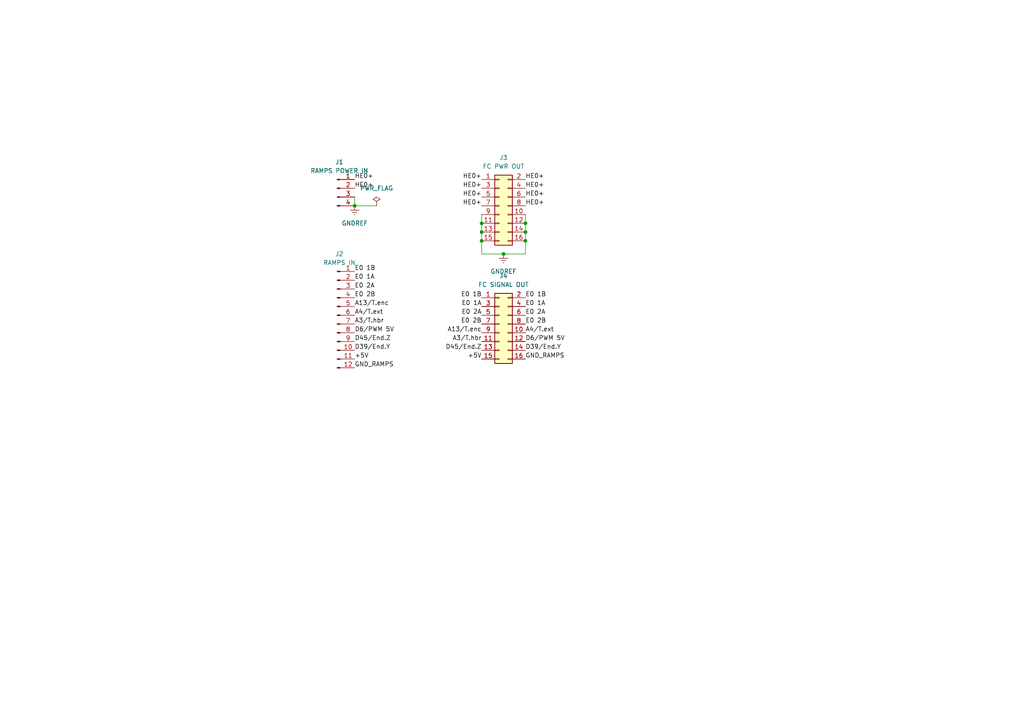
<source format=kicad_sch>
(kicad_sch (version 20211123) (generator eeschema)
  (paper "A4")
  (lib_symbols
    (symbol "Connector:Conn_01x04_Male" (pin_names (offset 1.016) hide)
      (property "Reference" "J" (at 0 5.08 0))
      (property "Value" "Conn_01x04_Male" (at 0 -7.62 0))
      (symbol "Conn_01x04_Male_1_1"
        (polyline (pts (xy 1.27 -5.08) (xy 0.8636 -5.08)) (stroke (width 0.1524)))
        (polyline (pts (xy 1.27 -2.54) (xy 0.8636 -2.54)) (stroke (width 0.1524)))
        (polyline (pts (xy 1.27 0) (xy 0.8636 0)) (stroke (width 0.1524)))
        (polyline (pts (xy 1.27 2.54) (xy 0.8636 2.54)) (stroke (width 0.1524)))
        (rectangle (start 0.8636 -4.953) (end 0 -5.207) (stroke (width 0.1524)) (fill (type outline)))
        (rectangle (start 0.8636 -2.413) (end 0 -2.667) (stroke (width 0.1524)) (fill (type outline)))
        (rectangle (start 0.8636 0.127) (end 0 -0.127) (stroke (width 0.1524)) (fill (type outline)))
        (rectangle (start 0.8636 2.667) (end 0 2.413) (stroke (width 0.1524)) (fill (type outline)))
        (pin passive line (at 5.08 2.54 180) (length 3.81) (name "Pin_1") (number "1"))
        (pin passive line (at 5.08 0 180) (length 3.81) (name "Pin_2") (number "2"))
        (pin passive line (at 5.08 -2.54 180) (length 3.81) (name "Pin_3") (number "3"))
        (pin passive line (at 5.08 -5.08 180) (length 3.81) (name "Pin_4") (number "4"))
      )
    )
    (symbol "Connector:Conn_01x12_Male" (pin_names (offset 1.016) hide)
      (property "Reference" "J" (at 0 15.24 0))
      (property "Value" "Conn_01x12_Male" (at 0 -17.78 0))
      (symbol "Conn_01x12_Male_1_1"
        (polyline (pts (xy 1.27 -15.24) (xy 0.8636 -15.24)) (stroke (width 0.1524)))
        (polyline (pts (xy 1.27 -12.7) (xy 0.8636 -12.7)) (stroke (width 0.1524)))
        (polyline (pts (xy 1.27 -10.16) (xy 0.8636 -10.16)) (stroke (width 0.1524)))
        (polyline (pts (xy 1.27 -7.62) (xy 0.8636 -7.62)) (stroke (width 0.1524)))
        (polyline (pts (xy 1.27 -5.08) (xy 0.8636 -5.08)) (stroke (width 0.1524)))
        (polyline (pts (xy 1.27 -2.54) (xy 0.8636 -2.54)) (stroke (width 0.1524)))
        (polyline (pts (xy 1.27 0) (xy 0.8636 0)) (stroke (width 0.1524)))
        (polyline (pts (xy 1.27 2.54) (xy 0.8636 2.54)) (stroke (width 0.1524)))
        (polyline (pts (xy 1.27 5.08) (xy 0.8636 5.08)) (stroke (width 0.1524)))
        (polyline (pts (xy 1.27 7.62) (xy 0.8636 7.62)) (stroke (width 0.1524)))
        (polyline (pts (xy 1.27 10.16) (xy 0.8636 10.16)) (stroke (width 0.1524)))
        (polyline (pts (xy 1.27 12.7) (xy 0.8636 12.7)) (stroke (width 0.1524)))
        (rectangle (start 0.8636 -15.113) (end 0 -15.367) (stroke (width 0.1524)) (fill (type outline)))
        (rectangle (start 0.8636 -12.573) (end 0 -12.827) (stroke (width 0.1524)) (fill (type outline)))
        (rectangle (start 0.8636 -10.033) (end 0 -10.287) (stroke (width 0.1524)) (fill (type outline)))
        (rectangle (start 0.8636 -7.493) (end 0 -7.747) (stroke (width 0.1524)) (fill (type outline)))
        (rectangle (start 0.8636 -4.953) (end 0 -5.207) (stroke (width 0.1524)) (fill (type outline)))
        (rectangle (start 0.8636 -2.413) (end 0 -2.667) (stroke (width 0.1524)) (fill (type outline)))
        (rectangle (start 0.8636 0.127) (end 0 -0.127) (stroke (width 0.1524)) (fill (type outline)))
        (rectangle (start 0.8636 2.667) (end 0 2.413) (stroke (width 0.1524)) (fill (type outline)))
        (rectangle (start 0.8636 5.207) (end 0 4.953) (stroke (width 0.1524)) (fill (type outline)))
        (rectangle (start 0.8636 7.747) (end 0 7.493) (stroke (width 0.1524)) (fill (type outline)))
        (rectangle (start 0.8636 10.287) (end 0 10.033) (stroke (width 0.1524)) (fill (type outline)))
        (rectangle (start 0.8636 12.827) (end 0 12.573) (stroke (width 0.1524)) (fill (type outline)))
        (pin passive line (at 5.08 12.7 180) (length 3.81) (name "Pin_1") (number "1"))
        (pin passive line (at 5.08 -10.16 180) (length 3.81) (name "Pin_10") (number "10"))
        (pin passive line (at 5.08 -12.7 180) (length 3.81) (name "Pin_11") (number "11"))
        (pin passive line (at 5.08 -15.24 180) (length 3.81) (name "Pin_12") (number "12"))
        (pin passive line (at 5.08 10.16 180) (length 3.81) (name "Pin_2") (number "2"))
        (pin passive line (at 5.08 7.62 180) (length 3.81) (name "Pin_3") (number "3"))
        (pin passive line (at 5.08 5.08 180) (length 3.81) (name "Pin_4") (number "4"))
        (pin passive line (at 5.08 2.54 180) (length 3.81) (name "Pin_5") (number "5"))
        (pin passive line (at 5.08 0 180) (length 3.81) (name "Pin_6") (number "6"))
        (pin passive line (at 5.08 -2.54 180) (length 3.81) (name "Pin_7") (number "7"))
        (pin passive line (at 5.08 -5.08 180) (length 3.81) (name "Pin_8") (number "8"))
        (pin passive line (at 5.08 -7.62 180) (length 3.81) (name "Pin_9") (number "9"))
      )
    )
    (symbol "Connector_Generic:Conn_02x08_Odd_Even" (pin_names (offset 1.016) hide)
      (property "Reference" "J" (at 1.27 10.16 0))
      (property "Value" "Conn_02x08_Odd_Even" (at 1.27 -12.7 0))
      (symbol "Conn_02x08_Odd_Even_1_1"
        (rectangle (start -1.27 -10.033) (end 0 -10.287) (stroke (width 0.1524)))
        (rectangle (start -1.27 -7.493) (end 0 -7.747) (stroke (width 0.1524)))
        (rectangle (start -1.27 -4.953) (end 0 -5.207) (stroke (width 0.1524)))
        (rectangle (start -1.27 -2.413) (end 0 -2.667) (stroke (width 0.1524)))
        (rectangle (start -1.27 0.127) (end 0 -0.127) (stroke (width 0.1524)))
        (rectangle (start -1.27 2.667) (end 0 2.413) (stroke (width 0.1524)))
        (rectangle (start -1.27 5.207) (end 0 4.953) (stroke (width 0.1524)))
        (rectangle (start -1.27 7.747) (end 0 7.493) (stroke (width 0.1524)))
        (rectangle (start -1.27 8.89) (end 3.81 -11.43) (stroke (width 0.254)) (fill (type background)))
        (rectangle (start 3.81 -10.033) (end 2.54 -10.287) (stroke (width 0.1524)))
        (rectangle (start 3.81 -7.493) (end 2.54 -7.747) (stroke (width 0.1524)))
        (rectangle (start 3.81 -4.953) (end 2.54 -5.207) (stroke (width 0.1524)))
        (rectangle (start 3.81 -2.413) (end 2.54 -2.667) (stroke (width 0.1524)))
        (rectangle (start 3.81 0.127) (end 2.54 -0.127) (stroke (width 0.1524)))
        (rectangle (start 3.81 2.667) (end 2.54 2.413) (stroke (width 0.1524)))
        (rectangle (start 3.81 5.207) (end 2.54 4.953) (stroke (width 0.1524)))
        (rectangle (start 3.81 7.747) (end 2.54 7.493) (stroke (width 0.1524)))
        (pin passive line (at -5.08 7.62 0) (length 3.81) (name "Pin_1") (number "1"))
        (pin passive line (at 7.62 -2.54 180) (length 3.81) (name "Pin_10") (number "10"))
        (pin passive line (at -5.08 -5.08 0) (length 3.81) (name "Pin_11") (number "11"))
        (pin passive line (at 7.62 -5.08 180) (length 3.81) (name "Pin_12") (number "12"))
        (pin passive line (at -5.08 -7.62 0) (length 3.81) (name "Pin_13") (number "13"))
        (pin passive line (at 7.62 -7.62 180) (length 3.81) (name "Pin_14") (number "14"))
        (pin passive line (at -5.08 -10.16 0) (length 3.81) (name "Pin_15") (number "15"))
        (pin passive line (at 7.62 -10.16 180) (length 3.81) (name "Pin_16") (number "16"))
        (pin passive line (at 7.62 7.62 180) (length 3.81) (name "Pin_2") (number "2"))
        (pin passive line (at -5.08 5.08 0) (length 3.81) (name "Pin_3") (number "3"))
        (pin passive line (at 7.62 5.08 180) (length 3.81) (name "Pin_4") (number "4"))
        (pin passive line (at -5.08 2.54 0) (length 3.81) (name "Pin_5") (number "5"))
        (pin passive line (at 7.62 2.54 180) (length 3.81) (name "Pin_6") (number "6"))
        (pin passive line (at -5.08 0 0) (length 3.81) (name "Pin_7") (number "7"))
        (pin passive line (at 7.62 0 180) (length 3.81) (name "Pin_8") (number "8"))
        (pin passive line (at -5.08 -2.54 0) (length 3.81) (name "Pin_9") (number "9"))
      )
    )
    (symbol "power:GNDREF" (power) (pin_names (offset 0))
      (property "Value" "GNDREF" (at 0 -3.81 0))
      (symbol "GNDREF_0_1"
        (polyline (pts (xy -0.635 -1.905) (xy 0.635 -1.905)))
        (polyline (pts (xy -0.127 -2.54) (xy 0.127 -2.54)))
        (polyline (pts (xy 0 -1.27) (xy 0 0)))
        (polyline (pts (xy 1.27 -1.27) (xy -1.27 -1.27)))
      )
      (symbol "GNDREF_1_1"
        (pin power_in line (at 0 0 270) (length 0) hide (name "GNDREF") (number "1"))
      )
    )
    (symbol "power:PWR_FLAG" (power) (pin_numbers hide) (pin_names (offset 0) hide)
      (property "Value" "PWR_FLAG" (at 0 3.81 0))
      (symbol "PWR_FLAG_0_0"
        (pin power_out line (at 0 0 90) (length 0) (name "pwr") (number "1"))
      )
      (symbol "PWR_FLAG_0_1"
        (polyline (pts (xy 0 0) (xy 0 1.27) (xy -1.016 1.905) (xy 0 2.54) (xy 1.016 1.905) (xy 0 1.27)))
      )
    )
  )
  (junction (at 152.4 67.31))
  (junction (at 102.87 59.69))
  (junction (at 152.4 64.77))
  (junction (at 139.7 64.77))
  (junction (at 139.7 69.85))
  (junction (at 146.05 73.66))
  (junction (at 139.7 67.31))
  (junction (at 152.4 69.85))
  (wire (pts (xy 102.87 57.15) (xy 102.87 59.69)))
  (wire (pts (xy 152.4 69.85) (xy 152.4 73.66)))
  (wire (pts (xy 152.4 67.31) (xy 152.4 69.85)))
  (wire (pts (xy 139.7 73.66) (xy 146.05 73.66)))
  (wire (pts (xy 139.7 62.23) (xy 139.7 64.77)))
  (wire (pts (xy 102.87 59.69) (xy 109.22 59.69)))
  (wire (pts (xy 146.05 73.66) (xy 152.4 73.66)))
  (wire (pts (xy 152.4 62.23) (xy 152.4 64.77)))
  (wire (pts (xy 152.4 64.77) (xy 152.4 67.31)))
  (wire (pts (xy 139.7 73.66) (xy 139.7 69.85)))
  (wire (pts (xy 139.7 67.31) (xy 139.7 69.85)))
  (wire (pts (xy 139.7 64.77) (xy 139.7 67.31)))
  (label "+5V" (at 102.87 104.14 0))
  (label "E0 2B" (at 139.7 93.98 180))
  (label "GND_RAMPS" (at 152.4 104.14 0))
  (label "E0 2A" (at 152.4 91.44 0))
  (label "HE0+" (at 102.87 54.61 0))
  (label "D45{slash}End.Z" (at 102.87 99.06 0))
  (label "A13{slash}T.enc" (at 102.87 88.9 0))
  (label "D6{slash}PWM 5V" (at 152.4 99.06 0))
  (label "GND_RAMPS" (at 102.87 106.68 0))
  (label "A4{slash}T.ext" (at 152.4 96.52 0))
  (label "E0 1A" (at 102.87 81.28 0))
  (label "+5V" (at 139.7 104.14 180))
  (label "HE0+" (at 152.4 54.61 0))
  (label "E0 1B" (at 139.7 86.36 180))
  (label "E0 2A" (at 139.7 91.44 180))
  (label "HE0+" (at 152.4 57.15 0))
  (label "D39{slash}End.Y" (at 102.87 101.6 0))
  (label "E0 1A" (at 139.7 88.9 180))
  (label "A3{slash}T.hbr" (at 102.87 93.98 0))
  (label "HE0+" (at 102.87 52.07 0))
  (label "E0 1B" (at 102.87 78.74 0))
  (label "D45{slash}End.Z" (at 139.7 101.6 180))
  (label "E0 1B" (at 152.4 86.36 0))
  (label "A13{slash}T.enc" (at 139.7 96.52 180))
  (label "E0 2B" (at 102.87 86.36 0))
  (label "HE0+" (at 139.7 57.15 180))
  (label "HE0+" (at 139.7 52.07 180))
  (label "HE0+" (at 152.4 59.69 0))
  (label "D39{slash}End.Y" (at 152.4 101.6 0))
  (label "E0 2B" (at 152.4 93.98 0))
  (label "A4{slash}T.ext" (at 102.87 91.44 0))
  (label "HE0+" (at 139.7 54.61 180))
  (label "D6{slash}PWM 5V" (at 102.87 96.52 0))
  (label "E0 2A" (at 102.87 83.82 0))
  (label "A3{slash}T.hbr" (at 139.7 99.06 180))
  (label "HE0+" (at 152.4 52.07 0))
  (label "HE0+" (at 139.7 59.69 180))
  (label "E0 1A" (at 152.4 88.9 0))
  (symbol (lib_id "power:GNDREF") (at 146.05 73.66 0) (unit 1)
    (property "Reference" "#PWR0101" (effects hide))
    (property "Value" "GNDREF" (at 146.05 78.74 0))
  )
  (symbol (lib_id "power:PWR_FLAG") (at 109.22 59.69 0) (unit 1)
    (property "Reference" "#FLG0104" (effects hide))
    (property "Value" "PWR_FLAG" (at 109.22 54.61 0))
  )
  (symbol (lib_id "Connector:Conn_01x12_Male") (at 97.79 91.44 0) (unit 1)
    (property "Reference" "J2" (at 98.425 73.66 0))
    (property "Value" "RAMPS IN" (at 98.425 76.2 0))
    (property "Footprint" "Connector_JST:JST_XH_B12B-XH-A_1x12_P2.50mm_Vertical" (effects hide))
  )
  (symbol (lib_id "Connector:Conn_01x04_Male") (at 97.79 54.61 0) (unit 1)
    (property "Reference" "J1" (at 98.425 46.99 0))
    (property "Value" "RAMPS POWER IN" (at 98.425 49.53 0))
    (property "Footprint" "Connector_JST:JST_XH_B4B-XH-A_1x04_P2.50mm_Vertical" (effects hide))
  )
  (symbol (lib_id "Connector_Generic:Conn_02x08_Odd_Even") (at 144.78 93.98 0) (unit 1)
    (property "Reference" "J4" (at 146.05 80.01 0))
    (property "Value" "FC SIGNAL OUT" (at 146.05 82.55 0))
    (property "Footprint" "Connector_IDC:IDC-Header_2x08_P2.54mm_Vertical" (effects hide))
  )
  (symbol (lib_id "power:GNDREF") (at 102.87 59.69 0) (unit 1)
    (property "Reference" "#PWR0106" (effects hide))
    (property "Value" "GNDREF" (at 102.87 64.77 0))
  )
  (symbol (lib_id "Connector_Generic:Conn_02x08_Odd_Even") (at 144.78 59.69 0) (unit 1)
    (property "Reference" "J3" (at 146.05 45.72 0))
    (property "Value" "FC PWR OUT" (at 146.05 48.26 0))
    (property "Footprint" "Connector_IDC:IDC-Header_2x08_P2.54mm_Vertical" (effects hide))
  )
)
</source>
